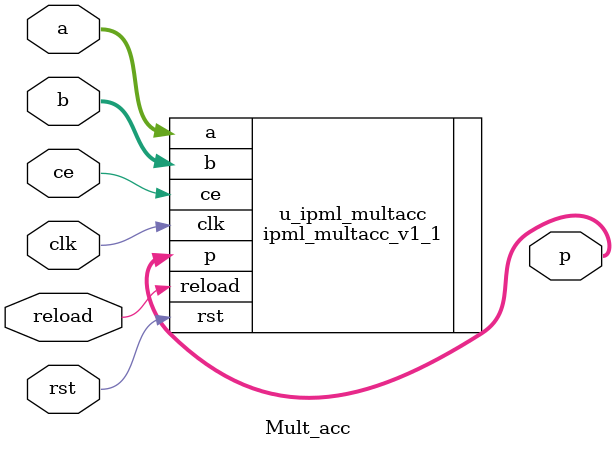
<source format=v>



module Mult_acc
( 
     ce         ,
     rst        ,
     clk        ,
     a          ,
     b          ,

     reload     ,
     p
);



localparam ASIZE = 8 ; //@IPC int 2,36

localparam BSIZE = 18 ; //@IPC int 2,36

localparam PSIZE = 96 ; //@IPC enum 24,48,96,66,84

localparam A_SIGNED = 0 ; //@IPC enum 0,1

localparam B_SIGNED = 1 ; //@IPC enum 0,1

localparam ASYNC_RST = 1 ; //@IPC enum 0,1

localparam INREG_EN = 1 ; //@IPC enum 0,1

localparam PIPEREG_EN = 1 ; //@IPC enum 0,1

localparam ACC_ADDSUB_OP = 0 ; //@IPC bool

localparam DYN_ACC_ADDSUB_OP = 0 ; //@IPC bool

localparam DYN_ACC_INIT = 0 ; //@IPC bool

localparam [PSIZE-1:0] ACC_INIT_VALUE = 96'h0 ; //@IPC string

//tmp variable for ipc purpose

localparam PIPE_STATUS = 2 ; //@IPC enum 0,1,2

localparam ASYNC_RST_BOOL = 1 ; //@IPC bool

//end of tmp variable
 
 localparam  GRS_EN       = "FALSE"        ;


 input                ce                   ;
 input                rst                  ;
 input                clk                  ;
 input  [ASIZE-1:0]   a                    ;
 input  [BSIZE-1:0]   b                    ;

 input                reload               ;
 output [PSIZE-1:0]   p                    ;

ipml_multacc_v1_1
#(  
    .ASIZE              ( ASIZE             ),
    .BSIZE              ( BSIZE             ),
    .PSIZE              ( PSIZE             ),
    .INREG_EN           ( INREG_EN          ),     
    .PIPEREG_EN_1       ( PIPEREG_EN        ),   
    .GRS_EN             ( GRS_EN            ), 
    .X_SIGNED           ( A_SIGNED          ),    
    .Y_SIGNED           ( B_SIGNED          ),    
    .ASYNC_RST          ( ASYNC_RST         ),     
    .ACC_INIT_VALUE     ( ACC_INIT_VALUE    ), 
    .DYN_ACC_INIT       ( DYN_ACC_INIT      ),
    .ACC_ADDSUB_OP      ( ACC_ADDSUB_OP     ),   
    .DYN_ACC_ADDSUB_OP  ( DYN_ACC_ADDSUB_OP ) 
) u_ipml_multacc
(
    .ce         ( ce        ),
    .rst        ( rst       ),
    .clk        ( clk       ),
    .a          ( a         ),
    .b          ( b         ),

    .reload     ( reload    ),
    .p          ( p         )
);

endmodule


</source>
